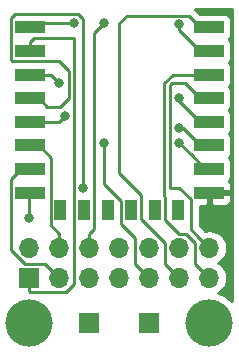
<source format=gbr>
G04 #@! TF.GenerationSoftware,KiCad,Pcbnew,(5.1.2)-1*
G04 #@! TF.CreationDate,2019-06-17T20:55:27+03:00*
G04 #@! TF.ProjectId,esp8266_minimal_hw,65737038-3236-4365-9f6d-696e696d616c,rev?*
G04 #@! TF.SameCoordinates,Original*
G04 #@! TF.FileFunction,Copper,L1,Top*
G04 #@! TF.FilePolarity,Positive*
%FSLAX46Y46*%
G04 Gerber Fmt 4.6, Leading zero omitted, Abs format (unit mm)*
G04 Created by KiCad (PCBNEW (5.1.2)-1) date 2019-06-17 20:55:27*
%MOMM*%
%LPD*%
G04 APERTURE LIST*
%ADD10R,1.700000X1.700000*%
%ADD11C,4.000000*%
%ADD12R,2.500000X1.000000*%
%ADD13R,1.000000X1.800000*%
%ADD14O,1.700000X1.700000*%
%ADD15C,0.800000*%
%ADD16C,0.250000*%
%ADD17C,0.254000*%
G04 APERTURE END LIST*
D10*
X87630000Y-72390000D03*
D11*
X92710000Y-72390000D03*
X77470000Y-72390000D03*
D12*
X92700000Y-47365000D03*
X92700000Y-49365000D03*
X92700000Y-51365000D03*
X92700000Y-53365000D03*
X92700000Y-55365000D03*
X92700000Y-57365000D03*
X92700000Y-59365000D03*
X92700000Y-61365000D03*
D13*
X90100000Y-62865000D03*
X88100000Y-62865000D03*
X86100000Y-62865000D03*
X84100000Y-62865000D03*
X82100000Y-62865000D03*
X80100000Y-62865000D03*
D12*
X77500000Y-61365000D03*
X77500000Y-59365000D03*
X77500000Y-57365000D03*
X77500000Y-55365000D03*
X77500000Y-53365000D03*
X77500000Y-51365000D03*
X77500000Y-49365000D03*
X77500000Y-47365000D03*
D14*
X92710000Y-66040000D03*
X92710000Y-68580000D03*
X90170000Y-66040000D03*
X90170000Y-68580000D03*
X87630000Y-66040000D03*
X87630000Y-68580000D03*
X85090000Y-66040000D03*
X85090000Y-68580000D03*
X82550000Y-66040000D03*
X82550000Y-68580000D03*
X80010000Y-66040000D03*
X80010000Y-68580000D03*
X77470000Y-66040000D03*
D10*
X77470000Y-68580000D03*
X82550000Y-72390000D03*
D15*
X77470000Y-63500000D03*
X90170000Y-57150000D03*
X81999999Y-60960000D03*
X92710000Y-63500000D03*
X90170000Y-55880000D03*
X80010000Y-52070000D03*
X83820000Y-57150000D03*
X90170000Y-53340000D03*
X81280000Y-46990000D03*
X90170000Y-47103666D03*
X83820000Y-46990000D03*
X80502100Y-54850178D03*
D16*
X77470000Y-61395000D02*
X77500000Y-61365000D01*
X77470000Y-63500000D02*
X77470000Y-61395000D01*
X91210001Y-58190001D02*
X90170000Y-57150000D01*
X92700000Y-59365000D02*
X92385000Y-59365000D01*
X92385000Y-59365000D02*
X91210001Y-58190001D01*
X81999999Y-58970001D02*
X81999999Y-60960000D01*
X82005001Y-58964999D02*
X81999999Y-58970001D01*
X82005001Y-46641999D02*
X82005001Y-58964999D01*
X81628001Y-46264999D02*
X82005001Y-46641999D01*
X75924999Y-46604999D02*
X76264999Y-46264999D01*
X79983589Y-50190001D02*
X75989999Y-50190001D01*
X75989999Y-50190001D02*
X75924999Y-50125001D01*
X78250000Y-53365000D02*
X79000000Y-54115000D01*
X77500000Y-53365000D02*
X78250000Y-53365000D01*
X76264999Y-46264999D02*
X81628001Y-46264999D01*
X79000000Y-54115000D02*
X80074989Y-54115000D01*
X80824989Y-53365000D02*
X80824989Y-51031401D01*
X75924999Y-50125001D02*
X75924999Y-46604999D01*
X80074989Y-54115000D02*
X80824989Y-53365000D01*
X80824989Y-51031401D02*
X79983589Y-50190001D01*
X91950000Y-53365000D02*
X90655000Y-52070000D01*
X92700000Y-53365000D02*
X91950000Y-53365000D01*
X90655000Y-52070000D02*
X89536410Y-52070000D01*
X89536410Y-52070000D02*
X89350010Y-52256400D01*
X89350010Y-52256400D02*
X89350010Y-60960000D01*
X91860001Y-65190001D02*
X92710000Y-66040000D01*
X91124999Y-64454999D02*
X91860001Y-65190001D01*
X91124999Y-61914999D02*
X91124999Y-64454999D01*
X90170000Y-60960000D02*
X91124999Y-61914999D01*
X89350010Y-60960000D02*
X90170000Y-60960000D01*
X92700000Y-51365000D02*
X89605000Y-51365000D01*
X89605000Y-51365000D02*
X88900000Y-52070000D01*
X88900000Y-61679998D02*
X88925001Y-61704999D01*
X88900000Y-52070000D02*
X88900000Y-61679998D01*
X91534999Y-67404999D02*
X91860001Y-67730001D01*
X91534999Y-65665997D02*
X91534999Y-67404999D01*
X90734001Y-64864999D02*
X91534999Y-65665997D01*
X91860001Y-67730001D02*
X92710000Y-68580000D01*
X88925001Y-63675003D02*
X90114997Y-64864999D01*
X90114997Y-64864999D02*
X90734001Y-64864999D01*
X88925001Y-61704999D02*
X88925001Y-63675003D01*
X92700000Y-61365000D02*
X92700000Y-63490000D01*
X92700000Y-63490000D02*
X92710000Y-63500000D01*
X91950000Y-47365000D02*
X91575000Y-46990000D01*
X92700000Y-47365000D02*
X91950000Y-47365000D01*
X92700000Y-47365000D02*
X91815000Y-47365000D01*
X91950000Y-47365000D02*
X90963666Y-46378666D01*
X90963666Y-46378666D02*
X85701334Y-46378666D01*
X85701334Y-46378666D02*
X85090000Y-46990000D01*
X88994999Y-67404999D02*
X89320001Y-67730001D01*
X89320001Y-67730001D02*
X90170000Y-68580000D01*
X88994999Y-65665997D02*
X88994999Y-67404999D01*
X86925001Y-63595999D02*
X88994999Y-65665997D01*
X85090000Y-59690000D02*
X86925001Y-61525001D01*
X86925001Y-61525001D02*
X86925001Y-63595999D01*
X85090000Y-46990000D02*
X85090000Y-59690000D01*
X90465000Y-55880000D02*
X90170000Y-55880000D01*
X92700000Y-57365000D02*
X91950000Y-57365000D01*
X91950000Y-57365000D02*
X90465000Y-55880000D01*
X77500000Y-51365000D02*
X79305000Y-51365000D01*
X79305000Y-51365000D02*
X80010000Y-52070000D01*
X86780001Y-67730001D02*
X87630000Y-68580000D01*
X86454999Y-67404999D02*
X86780001Y-67730001D01*
X86454999Y-65205001D02*
X86454999Y-67404999D01*
X85274999Y-64025001D02*
X86454999Y-65205001D01*
X85274999Y-62054997D02*
X85274999Y-64025001D01*
X83820000Y-60599998D02*
X85274999Y-62054997D01*
X83820000Y-57150000D02*
X83820000Y-60599998D01*
X90170000Y-53585000D02*
X90170000Y-53340000D01*
X92700000Y-55365000D02*
X91950000Y-55365000D01*
X91950000Y-55365000D02*
X90170000Y-53585000D01*
X78625000Y-46990000D02*
X81280000Y-46990000D01*
X77500000Y-47365000D02*
X78250000Y-47365000D01*
X78250000Y-47365000D02*
X78625000Y-46990000D01*
X90170000Y-47585000D02*
X90170000Y-47103666D01*
X92700000Y-49365000D02*
X91950000Y-49365000D01*
X91950000Y-49365000D02*
X90170000Y-47585000D01*
X82550000Y-64837919D02*
X82550000Y-66040000D01*
X82925001Y-64462918D02*
X82550000Y-64837919D01*
X82925001Y-47884999D02*
X82925001Y-64462918D01*
X83820000Y-46990000D02*
X82925001Y-47884999D01*
X80010000Y-64837919D02*
X80010000Y-66040000D01*
X79274999Y-64102918D02*
X80010000Y-64837919D01*
X79274999Y-58389999D02*
X79274999Y-64102918D01*
X78250000Y-57365000D02*
X79274999Y-58389999D01*
X77500000Y-57365000D02*
X78250000Y-57365000D01*
X78834999Y-67404999D02*
X79160001Y-67730001D01*
X77095997Y-67404999D02*
X78834999Y-67404999D01*
X75924999Y-66234001D02*
X77095997Y-67404999D01*
X79160001Y-67730001D02*
X80010000Y-68580000D01*
X75924999Y-60190001D02*
X75924999Y-66234001D01*
X76750000Y-59365000D02*
X75924999Y-60190001D01*
X77500000Y-59365000D02*
X76750000Y-59365000D01*
X77500000Y-55365000D02*
X79987278Y-55365000D01*
X79987278Y-55365000D02*
X80502100Y-54850178D01*
X77500000Y-48615000D02*
X77855000Y-48260000D01*
X77500000Y-49365000D02*
X77500000Y-48615000D01*
X77855000Y-48260000D02*
X81280000Y-48260000D01*
X77470000Y-69680000D02*
X77470000Y-68580000D01*
X77545001Y-69755001D02*
X77470000Y-69680000D01*
X80574001Y-69755001D02*
X77545001Y-69755001D01*
X81274999Y-69054003D02*
X80574001Y-69755001D01*
X81274999Y-49535001D02*
X81274999Y-69054003D01*
X81280000Y-49530000D02*
X81274999Y-49535001D01*
X81280000Y-48260000D02*
X81280000Y-49530000D01*
D17*
G36*
X94590000Y-70543547D02*
G01*
X94389715Y-70343262D01*
X93958141Y-70054893D01*
X93478601Y-69856261D01*
X93474151Y-69855376D01*
X93539014Y-69820706D01*
X93765134Y-69635134D01*
X93950706Y-69409014D01*
X94088599Y-69151034D01*
X94173513Y-68871111D01*
X94202185Y-68580000D01*
X94173513Y-68288889D01*
X94088599Y-68008966D01*
X93950706Y-67750986D01*
X93765134Y-67524866D01*
X93539014Y-67339294D01*
X93484209Y-67310000D01*
X93539014Y-67280706D01*
X93765134Y-67095134D01*
X93950706Y-66869014D01*
X94088599Y-66611034D01*
X94173513Y-66331111D01*
X94202185Y-66040000D01*
X94173513Y-65748889D01*
X94088599Y-65468966D01*
X93950706Y-65210986D01*
X93765134Y-64984866D01*
X93539014Y-64799294D01*
X93281034Y-64661401D01*
X93001111Y-64576487D01*
X92782950Y-64555000D01*
X92637050Y-64555000D01*
X92418889Y-64576487D01*
X92344005Y-64599203D01*
X91884999Y-64140198D01*
X91884999Y-62501686D01*
X92414250Y-62500000D01*
X92573000Y-62341250D01*
X92573000Y-61492000D01*
X92827000Y-61492000D01*
X92827000Y-62341250D01*
X92985750Y-62500000D01*
X93950000Y-62503072D01*
X94074482Y-62490812D01*
X94194180Y-62454502D01*
X94304494Y-62395537D01*
X94401185Y-62316185D01*
X94480537Y-62219494D01*
X94539502Y-62109180D01*
X94575812Y-61989482D01*
X94588072Y-61865000D01*
X94585000Y-61650750D01*
X94426250Y-61492000D01*
X92827000Y-61492000D01*
X92573000Y-61492000D01*
X92553000Y-61492000D01*
X92553000Y-61238000D01*
X92573000Y-61238000D01*
X92573000Y-61218000D01*
X92827000Y-61218000D01*
X92827000Y-61238000D01*
X94426250Y-61238000D01*
X94585000Y-61079250D01*
X94588072Y-60865000D01*
X94575812Y-60740518D01*
X94539502Y-60620820D01*
X94480537Y-60510506D01*
X94401185Y-60413815D01*
X94341704Y-60365000D01*
X94401185Y-60316185D01*
X94480537Y-60219494D01*
X94539502Y-60109180D01*
X94575812Y-59989482D01*
X94588072Y-59865000D01*
X94588072Y-58865000D01*
X94575812Y-58740518D01*
X94539502Y-58620820D01*
X94480537Y-58510506D01*
X94401185Y-58413815D01*
X94341704Y-58365000D01*
X94401185Y-58316185D01*
X94480537Y-58219494D01*
X94539502Y-58109180D01*
X94575812Y-57989482D01*
X94588072Y-57865000D01*
X94588072Y-56865000D01*
X94575812Y-56740518D01*
X94539502Y-56620820D01*
X94480537Y-56510506D01*
X94401185Y-56413815D01*
X94341704Y-56365000D01*
X94401185Y-56316185D01*
X94480537Y-56219494D01*
X94539502Y-56109180D01*
X94575812Y-55989482D01*
X94588072Y-55865000D01*
X94588072Y-54865000D01*
X94575812Y-54740518D01*
X94539502Y-54620820D01*
X94480537Y-54510506D01*
X94401185Y-54413815D01*
X94341704Y-54365000D01*
X94401185Y-54316185D01*
X94480537Y-54219494D01*
X94539502Y-54109180D01*
X94575812Y-53989482D01*
X94588072Y-53865000D01*
X94588072Y-52865000D01*
X94575812Y-52740518D01*
X94539502Y-52620820D01*
X94480537Y-52510506D01*
X94401185Y-52413815D01*
X94341704Y-52365000D01*
X94401185Y-52316185D01*
X94480537Y-52219494D01*
X94539502Y-52109180D01*
X94575812Y-51989482D01*
X94588072Y-51865000D01*
X94588072Y-50865000D01*
X94575812Y-50740518D01*
X94539502Y-50620820D01*
X94480537Y-50510506D01*
X94401185Y-50413815D01*
X94341704Y-50365000D01*
X94401185Y-50316185D01*
X94480537Y-50219494D01*
X94539502Y-50109180D01*
X94575812Y-49989482D01*
X94588072Y-49865000D01*
X94588072Y-48865000D01*
X94575812Y-48740518D01*
X94539502Y-48620820D01*
X94480537Y-48510506D01*
X94401185Y-48413815D01*
X94341704Y-48365000D01*
X94401185Y-48316185D01*
X94480537Y-48219494D01*
X94539502Y-48109180D01*
X94575812Y-47989482D01*
X94588072Y-47865000D01*
X94588072Y-46865000D01*
X94575812Y-46740518D01*
X94539502Y-46620820D01*
X94480537Y-46510506D01*
X94401185Y-46413815D01*
X94304494Y-46334463D01*
X94194180Y-46275498D01*
X94074482Y-46239188D01*
X93950000Y-46226928D01*
X91886729Y-46226928D01*
X91527470Y-45867668D01*
X91510508Y-45847000D01*
X94590001Y-45847000D01*
X94590000Y-70543547D01*
X94590000Y-70543547D01*
G37*
X94590000Y-70543547D02*
X94389715Y-70343262D01*
X93958141Y-70054893D01*
X93478601Y-69856261D01*
X93474151Y-69855376D01*
X93539014Y-69820706D01*
X93765134Y-69635134D01*
X93950706Y-69409014D01*
X94088599Y-69151034D01*
X94173513Y-68871111D01*
X94202185Y-68580000D01*
X94173513Y-68288889D01*
X94088599Y-68008966D01*
X93950706Y-67750986D01*
X93765134Y-67524866D01*
X93539014Y-67339294D01*
X93484209Y-67310000D01*
X93539014Y-67280706D01*
X93765134Y-67095134D01*
X93950706Y-66869014D01*
X94088599Y-66611034D01*
X94173513Y-66331111D01*
X94202185Y-66040000D01*
X94173513Y-65748889D01*
X94088599Y-65468966D01*
X93950706Y-65210986D01*
X93765134Y-64984866D01*
X93539014Y-64799294D01*
X93281034Y-64661401D01*
X93001111Y-64576487D01*
X92782950Y-64555000D01*
X92637050Y-64555000D01*
X92418889Y-64576487D01*
X92344005Y-64599203D01*
X91884999Y-64140198D01*
X91884999Y-62501686D01*
X92414250Y-62500000D01*
X92573000Y-62341250D01*
X92573000Y-61492000D01*
X92827000Y-61492000D01*
X92827000Y-62341250D01*
X92985750Y-62500000D01*
X93950000Y-62503072D01*
X94074482Y-62490812D01*
X94194180Y-62454502D01*
X94304494Y-62395537D01*
X94401185Y-62316185D01*
X94480537Y-62219494D01*
X94539502Y-62109180D01*
X94575812Y-61989482D01*
X94588072Y-61865000D01*
X94585000Y-61650750D01*
X94426250Y-61492000D01*
X92827000Y-61492000D01*
X92573000Y-61492000D01*
X92553000Y-61492000D01*
X92553000Y-61238000D01*
X92573000Y-61238000D01*
X92573000Y-61218000D01*
X92827000Y-61218000D01*
X92827000Y-61238000D01*
X94426250Y-61238000D01*
X94585000Y-61079250D01*
X94588072Y-60865000D01*
X94575812Y-60740518D01*
X94539502Y-60620820D01*
X94480537Y-60510506D01*
X94401185Y-60413815D01*
X94341704Y-60365000D01*
X94401185Y-60316185D01*
X94480537Y-60219494D01*
X94539502Y-60109180D01*
X94575812Y-59989482D01*
X94588072Y-59865000D01*
X94588072Y-58865000D01*
X94575812Y-58740518D01*
X94539502Y-58620820D01*
X94480537Y-58510506D01*
X94401185Y-58413815D01*
X94341704Y-58365000D01*
X94401185Y-58316185D01*
X94480537Y-58219494D01*
X94539502Y-58109180D01*
X94575812Y-57989482D01*
X94588072Y-57865000D01*
X94588072Y-56865000D01*
X94575812Y-56740518D01*
X94539502Y-56620820D01*
X94480537Y-56510506D01*
X94401185Y-56413815D01*
X94341704Y-56365000D01*
X94401185Y-56316185D01*
X94480537Y-56219494D01*
X94539502Y-56109180D01*
X94575812Y-55989482D01*
X94588072Y-55865000D01*
X94588072Y-54865000D01*
X94575812Y-54740518D01*
X94539502Y-54620820D01*
X94480537Y-54510506D01*
X94401185Y-54413815D01*
X94341704Y-54365000D01*
X94401185Y-54316185D01*
X94480537Y-54219494D01*
X94539502Y-54109180D01*
X94575812Y-53989482D01*
X94588072Y-53865000D01*
X94588072Y-52865000D01*
X94575812Y-52740518D01*
X94539502Y-52620820D01*
X94480537Y-52510506D01*
X94401185Y-52413815D01*
X94341704Y-52365000D01*
X94401185Y-52316185D01*
X94480537Y-52219494D01*
X94539502Y-52109180D01*
X94575812Y-51989482D01*
X94588072Y-51865000D01*
X94588072Y-50865000D01*
X94575812Y-50740518D01*
X94539502Y-50620820D01*
X94480537Y-50510506D01*
X94401185Y-50413815D01*
X94341704Y-50365000D01*
X94401185Y-50316185D01*
X94480537Y-50219494D01*
X94539502Y-50109180D01*
X94575812Y-49989482D01*
X94588072Y-49865000D01*
X94588072Y-48865000D01*
X94575812Y-48740518D01*
X94539502Y-48620820D01*
X94480537Y-48510506D01*
X94401185Y-48413815D01*
X94341704Y-48365000D01*
X94401185Y-48316185D01*
X94480537Y-48219494D01*
X94539502Y-48109180D01*
X94575812Y-47989482D01*
X94588072Y-47865000D01*
X94588072Y-46865000D01*
X94575812Y-46740518D01*
X94539502Y-46620820D01*
X94480537Y-46510506D01*
X94401185Y-46413815D01*
X94304494Y-46334463D01*
X94194180Y-46275498D01*
X94074482Y-46239188D01*
X93950000Y-46226928D01*
X91886729Y-46226928D01*
X91527470Y-45867668D01*
X91510508Y-45847000D01*
X94590001Y-45847000D01*
X94590000Y-70543547D01*
G36*
X90297000Y-65913000D02*
G01*
X90317000Y-65913000D01*
X90317000Y-66167000D01*
X90297000Y-66167000D01*
X90297000Y-66187000D01*
X90043000Y-66187000D01*
X90043000Y-66167000D01*
X90023000Y-66167000D01*
X90023000Y-65913000D01*
X90043000Y-65913000D01*
X90043000Y-65893000D01*
X90297000Y-65893000D01*
X90297000Y-65913000D01*
X90297000Y-65913000D01*
G37*
X90297000Y-65913000D02*
X90317000Y-65913000D01*
X90317000Y-66167000D01*
X90297000Y-66167000D01*
X90297000Y-66187000D01*
X90043000Y-66187000D01*
X90043000Y-66167000D01*
X90023000Y-66167000D01*
X90023000Y-65913000D01*
X90043000Y-65913000D01*
X90043000Y-65893000D01*
X90297000Y-65893000D01*
X90297000Y-65913000D01*
M02*

</source>
